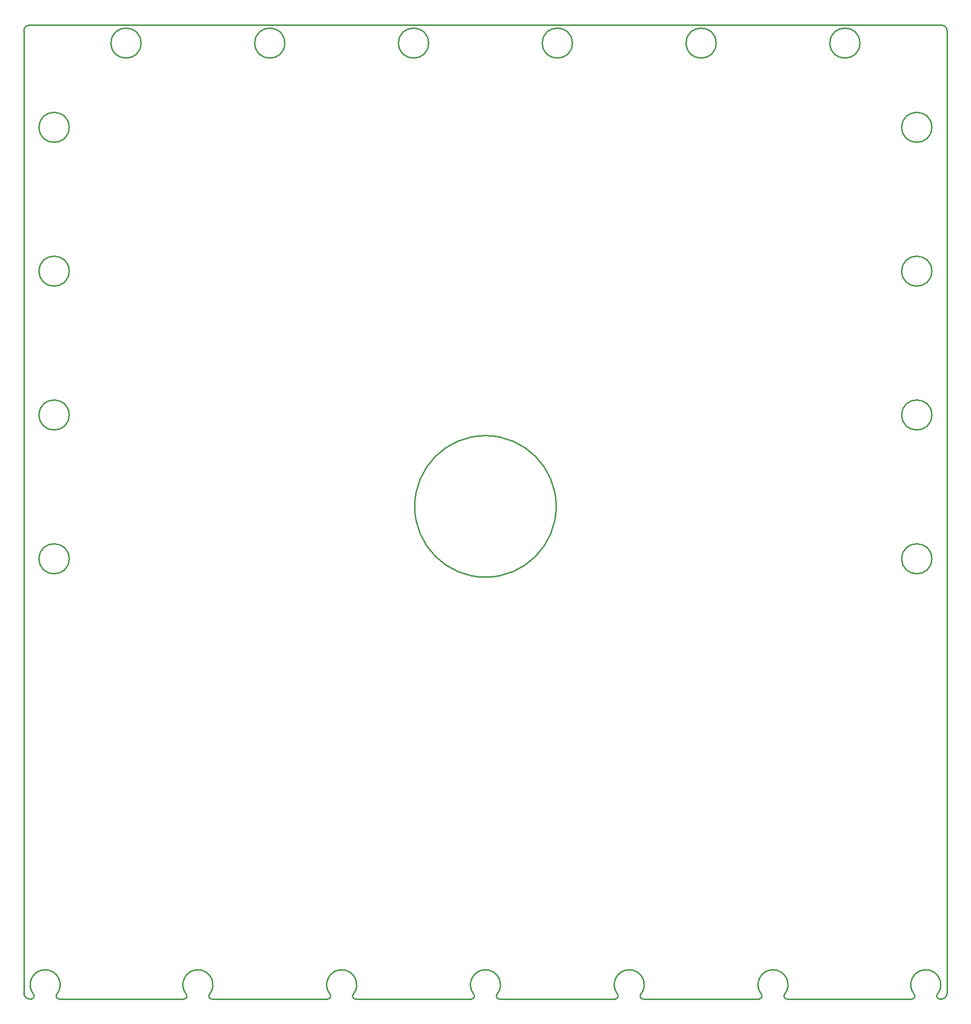
<source format=gbr>
%TF.GenerationSoftware,KiCad,Pcbnew,7.0.9*%
%TF.CreationDate,2024-08-21T19:12:35-06:00*%
%TF.ProjectId,top 40K layer,746f7020-3430-44b2-906c-617965722e6b,rev?*%
%TF.SameCoordinates,Original*%
%TF.FileFunction,Profile,NP*%
%FSLAX46Y46*%
G04 Gerber Fmt 4.6, Leading zero omitted, Abs format (unit mm)*
G04 Created by KiCad (PCBNEW 7.0.9) date 2024-08-21 19:12:35*
%MOMM*%
%LPD*%
G01*
G04 APERTURE LIST*
%TA.AperFunction,Profile*%
%ADD10C,0.250000*%
%TD*%
G04 APERTURE END LIST*
D10*
X58197319Y-170162531D02*
G75*
G03*
X58583619Y-170980000I386281J-317469D01*
G01*
X162100000Y-170980000D02*
G75*
G03*
X163100000Y-169980000I0J1000000D01*
G01*
X129916381Y-170979985D02*
G75*
G03*
X130302670Y-170162540I19J499985D01*
G01*
X5809819Y-170162531D02*
G75*
G03*
X6196119Y-170980000I386281J-317469D01*
G01*
X83983619Y-170980000D02*
X104516381Y-170980000D01*
X109383619Y-170980000D02*
X129916381Y-170980000D01*
X108997330Y-170162540D02*
G75*
G03*
X104902670Y-170162540I-2047330J1682540D01*
G01*
X108997319Y-170162531D02*
G75*
G03*
X109383619Y-170980000I386281J-317469D01*
G01*
X161384819Y-170162531D02*
G75*
G03*
X161771119Y-170980000I386281J-317469D01*
G01*
X83597330Y-170162540D02*
G75*
G03*
X79502670Y-170162540I-2047330J1682540D01*
G01*
X79116381Y-170979985D02*
G75*
G03*
X79502670Y-170162540I19J499985D01*
G01*
X1328881Y-170980000D02*
G75*
G03*
X1715170Y-170162540I4J499998D01*
G01*
X8000000Y-93250000D02*
G75*
G03*
X8000000Y-93250000I-2650000J0D01*
G01*
X0Y-169980000D02*
G75*
G03*
X1000000Y-170980000I1000000J0D01*
G01*
X160400000Y-42450000D02*
G75*
G03*
X160400000Y-42450000I-2650000J0D01*
G01*
X160400000Y-93250000D02*
G75*
G03*
X160400000Y-93250000I-2650000J0D01*
G01*
X1000000Y1000000D02*
G75*
G03*
X0Y0I0J-1000000D01*
G01*
X156903881Y-170979985D02*
G75*
G03*
X157290170Y-170162540I19J499985D01*
G01*
X134397330Y-170162540D02*
G75*
G03*
X130302670Y-170162540I-2047330J1682540D01*
G01*
X0Y0D02*
X0Y-169980000D01*
X8000000Y-42450000D02*
G75*
G03*
X8000000Y-42450000I-2650000J0D01*
G01*
X71500000Y-2175000D02*
G75*
G03*
X71500000Y-2175000I-2650000J0D01*
G01*
X161771119Y-170980000D02*
X162100000Y-170980000D01*
X33183619Y-170980000D02*
X53716381Y-170980000D01*
X46100000Y-2175000D02*
G75*
G03*
X46100000Y-2175000I-2650000J0D01*
G01*
X1000000Y1000000D02*
X162100000Y1000000D01*
X134397319Y-170162531D02*
G75*
G03*
X134783619Y-170980000I386281J-317469D01*
G01*
X83597319Y-170162531D02*
G75*
G03*
X83983619Y-170980000I386281J-317469D01*
G01*
X20700000Y-2175000D02*
G75*
G03*
X20700000Y-2175000I-2650000J0D01*
G01*
X163100000Y-169980000D02*
X163100000Y0D01*
X134783619Y-170980000D02*
X156903881Y-170980000D01*
X94050000Y-84000000D02*
G75*
G03*
X94050000Y-84000000I-12500000J0D01*
G01*
X6196119Y-170980000D02*
X28316381Y-170980000D01*
X160400000Y-17050000D02*
G75*
G03*
X160400000Y-17050000I-2650000J0D01*
G01*
X28316381Y-170979985D02*
G75*
G03*
X28702670Y-170162540I19J499985D01*
G01*
X1000000Y-170980000D02*
X1328881Y-170980000D01*
X58197330Y-170162540D02*
G75*
G03*
X54102670Y-170162540I-2047330J1682540D01*
G01*
X32797319Y-170162531D02*
G75*
G03*
X33183619Y-170980000I386281J-317469D01*
G01*
X104516381Y-170979985D02*
G75*
G03*
X104902670Y-170162540I19J499985D01*
G01*
X161384830Y-170162540D02*
G75*
G03*
X157290170Y-170162540I-2047330J1682540D01*
G01*
X32797330Y-170162540D02*
G75*
G03*
X28702670Y-170162540I-2047330J1682540D01*
G01*
X53716381Y-170979985D02*
G75*
G03*
X54102670Y-170162540I19J499985D01*
G01*
X147700000Y-2175000D02*
G75*
G03*
X147700000Y-2175000I-2650000J0D01*
G01*
X163100000Y0D02*
G75*
G03*
X162100000Y1000000I-1000000J0D01*
G01*
X160400000Y-67850000D02*
G75*
G03*
X160400000Y-67850000I-2650000J0D01*
G01*
X5809830Y-170162540D02*
G75*
G03*
X1715170Y-170162540I-2047330J1682540D01*
G01*
X96900000Y-2175000D02*
G75*
G03*
X96900000Y-2175000I-2650000J0D01*
G01*
X122300000Y-2175000D02*
G75*
G03*
X122300000Y-2175000I-2650000J0D01*
G01*
X58583619Y-170980000D02*
X79116381Y-170980000D01*
X8000000Y-67850000D02*
G75*
G03*
X8000000Y-67850000I-2650000J0D01*
G01*
X8000000Y-17050000D02*
G75*
G03*
X8000000Y-17050000I-2650000J0D01*
G01*
M02*

</source>
